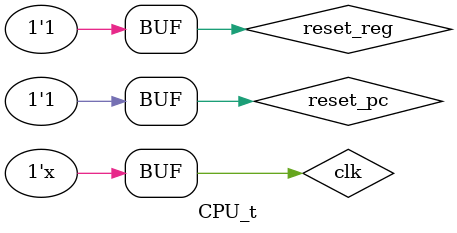
<source format=v>
`timescale 1ns / 1ps

module CPU_t;

	// Inputs
	reg clk;
	reg reset_reg;
	reg reset_pc;

	// Outputs
	wire [31:0] result;
	wire [31:0] pc;
	wire [31:0] inst;

	// Instantiate the Unit Under Test (UUT)
	CPU uut (
		.clk(clk), 
		.reset_reg(reset_reg), 
		.reset_pc(reset_pc), 
		.result(result), 
		.pc(pc), 
		.inst(inst)
	);

	initial begin
		// Initialize Inputs
		clk = 0;
		reset_reg = 0;
		reset_pc = 0;

		// Wait 100 ns for global reset to finish
		#40;
        reset_pc = 1;
		reset_reg = 1;
		// Add stimulus here

	end
      
always #20 clk = ~clk;
endmodule


</source>
